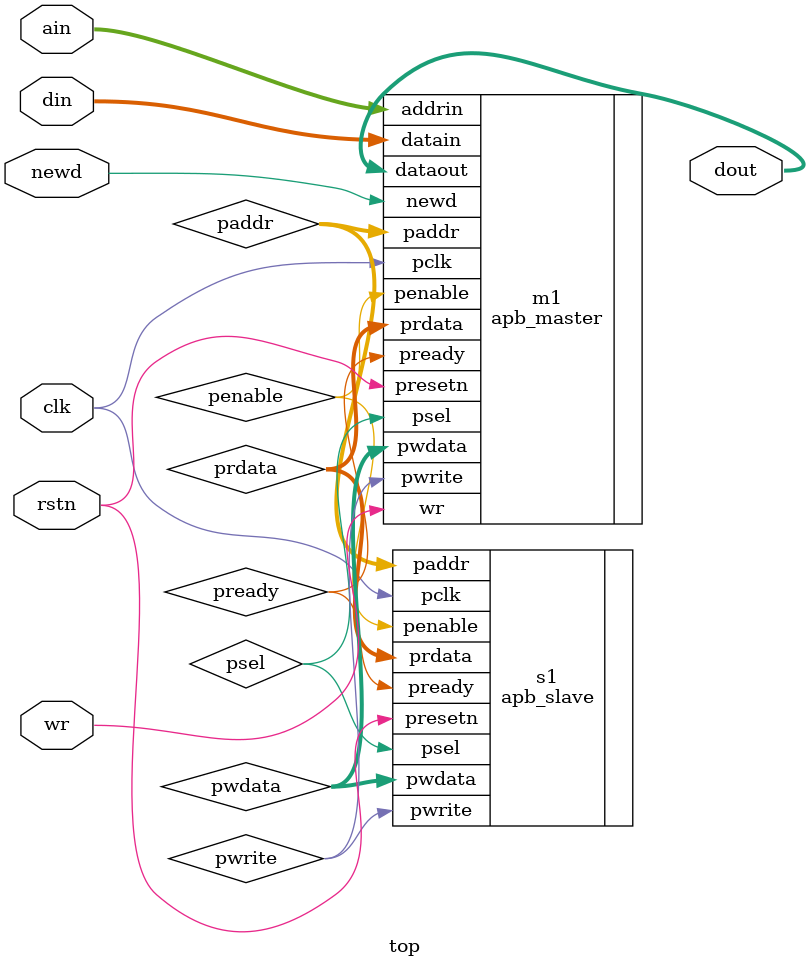
<source format=v>
module top(
input clk,rstn,wr,newd,
input [3:0] ain,
input [7:0] din,
output [7:0] dout
);

wire psel,penable,pready,pwrite;
wire[7:0]prdata,pwdata;
wire[3:0]paddr;

apb_master m1 (
        .pclk(clk),
        .presetn(rstn),
        .addrin(ain),
        .datain(din),
        .wr(wr),
        .newd(newd),
        .prdata(prdata),
        .pready(pready),
        .psel(psel),
        .penable(penable),
        .paddr(paddr),
        .pwdata(pwdata),
        .pwrite(pwrite),
        .dataout(dout)
    );

apb_slave s1 (
        .pclk(clk),
        .presetn(rstn),
        .paddr(paddr),
        .psel(psel),
        .penable(penable),
        .pwdata(pwdata),
        .pwrite(pwrite),
        .prdata(prdata),
        .pready(pready)
    );
    
    
    
endmodule

</source>
